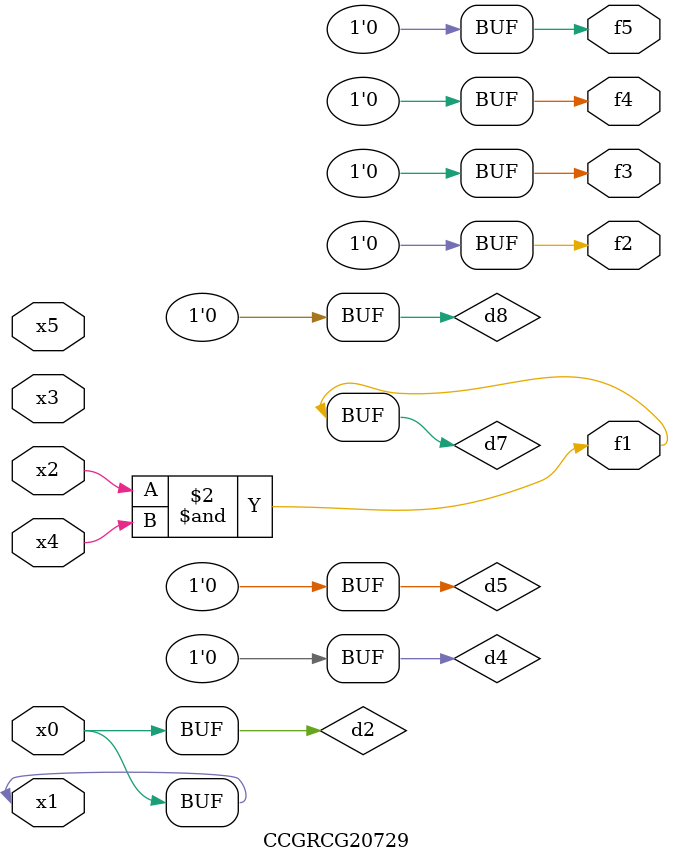
<source format=v>
module CCGRCG20729(
	input x0, x1, x2, x3, x4, x5,
	output f1, f2, f3, f4, f5
);

	wire d1, d2, d3, d4, d5, d6, d7, d8, d9;

	nand (d1, x1);
	buf (d2, x0, x1);
	nand (d3, x2, x4);
	and (d4, d1, d2);
	and (d5, d1, d2);
	nand (d6, d1, d3);
	not (d7, d3);
	xor (d8, d5);
	nor (d9, d5, d6);
	assign f1 = d7;
	assign f2 = d8;
	assign f3 = d8;
	assign f4 = d8;
	assign f5 = d8;
endmodule

</source>
